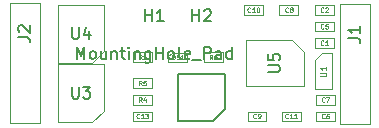
<source format=gbr>
%TF.GenerationSoftware,KiCad,Pcbnew,6.0.2+dfsg-1*%
%TF.CreationDate,2023-02-09T12:57:17+13:00*%
%TF.ProjectId,BRAWN-100_LOGIC,42524157-4e2d-4313-9030-5f4c4f474943,v1.0*%
%TF.SameCoordinates,Original*%
%TF.FileFunction,AssemblyDrawing,Top*%
%FSLAX46Y46*%
G04 Gerber Fmt 4.6, Leading zero omitted, Abs format (unit mm)*
G04 Created by KiCad (PCBNEW 6.0.2+dfsg-1) date 2023-02-09 12:57:17*
%MOMM*%
%LPD*%
G01*
G04 APERTURE LIST*
%ADD10C,0.075000*%
%ADD11C,0.060000*%
%ADD12C,0.150000*%
%ADD13C,0.100000*%
G04 APERTURE END LIST*
D10*
%TO.C,U1*%
X211076190Y-151080952D02*
X211480952Y-151080952D01*
X211528571Y-151057142D01*
X211552380Y-151033333D01*
X211576190Y-150985714D01*
X211576190Y-150890476D01*
X211552380Y-150842857D01*
X211528571Y-150819047D01*
X211480952Y-150795238D01*
X211076190Y-150795238D01*
X211576190Y-150295238D02*
X211576190Y-150580952D01*
X211576190Y-150438095D02*
X211076190Y-150438095D01*
X211147619Y-150485714D01*
X211195238Y-150533333D01*
X211219047Y-150580952D01*
D11*
%TO.C,DS1*%
X198514285Y-149680952D02*
X198514285Y-149280952D01*
X198609523Y-149280952D01*
X198666666Y-149300000D01*
X198704761Y-149338095D01*
X198723809Y-149376190D01*
X198742857Y-149452380D01*
X198742857Y-149509523D01*
X198723809Y-149585714D01*
X198704761Y-149623809D01*
X198666666Y-149661904D01*
X198609523Y-149680952D01*
X198514285Y-149680952D01*
X198895238Y-149661904D02*
X198952380Y-149680952D01*
X199047619Y-149680952D01*
X199085714Y-149661904D01*
X199104761Y-149642857D01*
X199123809Y-149604761D01*
X199123809Y-149566666D01*
X199104761Y-149528571D01*
X199085714Y-149509523D01*
X199047619Y-149490476D01*
X198971428Y-149471428D01*
X198933333Y-149452380D01*
X198914285Y-149433333D01*
X198895238Y-149395238D01*
X198895238Y-149357142D01*
X198914285Y-149319047D01*
X198933333Y-149300000D01*
X198971428Y-149280952D01*
X199066666Y-149280952D01*
X199123809Y-149300000D01*
X199504761Y-149680952D02*
X199276190Y-149680952D01*
X199390476Y-149680952D02*
X199390476Y-149280952D01*
X199352380Y-149338095D01*
X199314285Y-149376190D01*
X199276190Y-149395238D01*
D12*
%TO.C,U4*%
X190053333Y-146963333D02*
X190053333Y-147756666D01*
X190100000Y-147850000D01*
X190146666Y-147896666D01*
X190240000Y-147943333D01*
X190426666Y-147943333D01*
X190520000Y-147896666D01*
X190566666Y-147850000D01*
X190613333Y-147756666D01*
X190613333Y-146963333D01*
X191500000Y-147290000D02*
X191500000Y-147943333D01*
X191266666Y-146916666D02*
X191033333Y-147616666D01*
X191640000Y-147616666D01*
%TO.C,U3*%
X190053333Y-152013333D02*
X190053333Y-152806666D01*
X190100000Y-152900000D01*
X190146666Y-152946666D01*
X190240000Y-152993333D01*
X190426666Y-152993333D01*
X190520000Y-152946666D01*
X190566666Y-152900000D01*
X190613333Y-152806666D01*
X190613333Y-152013333D01*
X190986666Y-152013333D02*
X191593333Y-152013333D01*
X191266666Y-152386666D01*
X191406666Y-152386666D01*
X191500000Y-152433333D01*
X191546666Y-152480000D01*
X191593333Y-152573333D01*
X191593333Y-152806666D01*
X191546666Y-152900000D01*
X191500000Y-152946666D01*
X191406666Y-152993333D01*
X191126666Y-152993333D01*
X191033333Y-152946666D01*
X190986666Y-152900000D01*
D11*
%TO.C,C5*%
X211333333Y-147042857D02*
X211314285Y-147061904D01*
X211257142Y-147080952D01*
X211219047Y-147080952D01*
X211161904Y-147061904D01*
X211123809Y-147023809D01*
X211104761Y-146985714D01*
X211085714Y-146909523D01*
X211085714Y-146852380D01*
X211104761Y-146776190D01*
X211123809Y-146738095D01*
X211161904Y-146700000D01*
X211219047Y-146680952D01*
X211257142Y-146680952D01*
X211314285Y-146700000D01*
X211333333Y-146719047D01*
X211695238Y-146680952D02*
X211504761Y-146680952D01*
X211485714Y-146871428D01*
X211504761Y-146852380D01*
X211542857Y-146833333D01*
X211638095Y-146833333D01*
X211676190Y-146852380D01*
X211695238Y-146871428D01*
X211714285Y-146909523D01*
X211714285Y-147004761D01*
X211695238Y-147042857D01*
X211676190Y-147061904D01*
X211638095Y-147080952D01*
X211542857Y-147080952D01*
X211504761Y-147061904D01*
X211485714Y-147042857D01*
D12*
%TO.C,H2*%
X200238095Y-146452380D02*
X200238095Y-145452380D01*
X200238095Y-145928571D02*
X200809523Y-145928571D01*
X200809523Y-146452380D02*
X200809523Y-145452380D01*
X201238095Y-145547619D02*
X201285714Y-145500000D01*
X201380952Y-145452380D01*
X201619047Y-145452380D01*
X201714285Y-145500000D01*
X201761904Y-145547619D01*
X201809523Y-145642857D01*
X201809523Y-145738095D01*
X201761904Y-145880952D01*
X201190476Y-146452380D01*
X201809523Y-146452380D01*
%TO.C,J2*%
X185482380Y-147793333D02*
X186196666Y-147793333D01*
X186339523Y-147840952D01*
X186434761Y-147936190D01*
X186482380Y-148079047D01*
X186482380Y-148174285D01*
X185577619Y-147364761D02*
X185530000Y-147317142D01*
X185482380Y-147221904D01*
X185482380Y-146983809D01*
X185530000Y-146888571D01*
X185577619Y-146840952D01*
X185672857Y-146793333D01*
X185768095Y-146793333D01*
X185910952Y-146840952D01*
X186482380Y-147412380D01*
X186482380Y-146793333D01*
D11*
%TO.C,C1*%
X211333333Y-148442857D02*
X211314285Y-148461904D01*
X211257142Y-148480952D01*
X211219047Y-148480952D01*
X211161904Y-148461904D01*
X211123809Y-148423809D01*
X211104761Y-148385714D01*
X211085714Y-148309523D01*
X211085714Y-148252380D01*
X211104761Y-148176190D01*
X211123809Y-148138095D01*
X211161904Y-148100000D01*
X211219047Y-148080952D01*
X211257142Y-148080952D01*
X211314285Y-148100000D01*
X211333333Y-148119047D01*
X211714285Y-148480952D02*
X211485714Y-148480952D01*
X211600000Y-148480952D02*
X211600000Y-148080952D01*
X211561904Y-148138095D01*
X211523809Y-148176190D01*
X211485714Y-148195238D01*
%TO.C,C7*%
X211433333Y-153242857D02*
X211414285Y-153261904D01*
X211357142Y-153280952D01*
X211319047Y-153280952D01*
X211261904Y-153261904D01*
X211223809Y-153223809D01*
X211204761Y-153185714D01*
X211185714Y-153109523D01*
X211185714Y-153052380D01*
X211204761Y-152976190D01*
X211223809Y-152938095D01*
X211261904Y-152900000D01*
X211319047Y-152880952D01*
X211357142Y-152880952D01*
X211414285Y-152900000D01*
X211433333Y-152919047D01*
X211566666Y-152880952D02*
X211833333Y-152880952D01*
X211661904Y-153280952D01*
%TO.C,C13*%
X195742857Y-154642857D02*
X195723809Y-154661904D01*
X195666666Y-154680952D01*
X195628571Y-154680952D01*
X195571428Y-154661904D01*
X195533333Y-154623809D01*
X195514285Y-154585714D01*
X195495238Y-154509523D01*
X195495238Y-154452380D01*
X195514285Y-154376190D01*
X195533333Y-154338095D01*
X195571428Y-154300000D01*
X195628571Y-154280952D01*
X195666666Y-154280952D01*
X195723809Y-154300000D01*
X195742857Y-154319047D01*
X196123809Y-154680952D02*
X195895238Y-154680952D01*
X196009523Y-154680952D02*
X196009523Y-154280952D01*
X195971428Y-154338095D01*
X195933333Y-154376190D01*
X195895238Y-154395238D01*
X196257142Y-154280952D02*
X196504761Y-154280952D01*
X196371428Y-154433333D01*
X196428571Y-154433333D01*
X196466666Y-154452380D01*
X196485714Y-154471428D01*
X196504761Y-154509523D01*
X196504761Y-154604761D01*
X196485714Y-154642857D01*
X196466666Y-154661904D01*
X196428571Y-154680952D01*
X196314285Y-154680952D01*
X196276190Y-154661904D01*
X196257142Y-154642857D01*
%TO.C,C11*%
X208342857Y-154642857D02*
X208323809Y-154661904D01*
X208266666Y-154680952D01*
X208228571Y-154680952D01*
X208171428Y-154661904D01*
X208133333Y-154623809D01*
X208114285Y-154585714D01*
X208095238Y-154509523D01*
X208095238Y-154452380D01*
X208114285Y-154376190D01*
X208133333Y-154338095D01*
X208171428Y-154300000D01*
X208228571Y-154280952D01*
X208266666Y-154280952D01*
X208323809Y-154300000D01*
X208342857Y-154319047D01*
X208723809Y-154680952D02*
X208495238Y-154680952D01*
X208609523Y-154680952D02*
X208609523Y-154280952D01*
X208571428Y-154338095D01*
X208533333Y-154376190D01*
X208495238Y-154395238D01*
X209104761Y-154680952D02*
X208876190Y-154680952D01*
X208990476Y-154680952D02*
X208990476Y-154280952D01*
X208952380Y-154338095D01*
X208914285Y-154376190D01*
X208876190Y-154395238D01*
D12*
%TO.C,J1*%
X213447380Y-147893333D02*
X214161666Y-147893333D01*
X214304523Y-147940952D01*
X214399761Y-148036190D01*
X214447380Y-148179047D01*
X214447380Y-148274285D01*
X214447380Y-146893333D02*
X214447380Y-147464761D01*
X214447380Y-147179047D02*
X213447380Y-147179047D01*
X213590238Y-147274285D01*
X213685476Y-147369523D01*
X213733095Y-147464761D01*
D11*
%TO.C,R4*%
X195933333Y-153280952D02*
X195800000Y-153090476D01*
X195704761Y-153280952D02*
X195704761Y-152880952D01*
X195857142Y-152880952D01*
X195895238Y-152900000D01*
X195914285Y-152919047D01*
X195933333Y-152957142D01*
X195933333Y-153014285D01*
X195914285Y-153052380D01*
X195895238Y-153071428D01*
X195857142Y-153090476D01*
X195704761Y-153090476D01*
X196276190Y-153014285D02*
X196276190Y-153280952D01*
X196180952Y-152861904D02*
X196085714Y-153147619D01*
X196333333Y-153147619D01*
%TO.C,C6*%
X211433333Y-154642857D02*
X211414285Y-154661904D01*
X211357142Y-154680952D01*
X211319047Y-154680952D01*
X211261904Y-154661904D01*
X211223809Y-154623809D01*
X211204761Y-154585714D01*
X211185714Y-154509523D01*
X211185714Y-154452380D01*
X211204761Y-154376190D01*
X211223809Y-154338095D01*
X211261904Y-154300000D01*
X211319047Y-154280952D01*
X211357142Y-154280952D01*
X211414285Y-154300000D01*
X211433333Y-154319047D01*
X211776190Y-154280952D02*
X211700000Y-154280952D01*
X211661904Y-154300000D01*
X211642857Y-154319047D01*
X211604761Y-154376190D01*
X211585714Y-154452380D01*
X211585714Y-154604761D01*
X211604761Y-154642857D01*
X211623809Y-154661904D01*
X211661904Y-154680952D01*
X211738095Y-154680952D01*
X211776190Y-154661904D01*
X211795238Y-154642857D01*
X211814285Y-154604761D01*
X211814285Y-154509523D01*
X211795238Y-154471428D01*
X211776190Y-154452380D01*
X211738095Y-154433333D01*
X211661904Y-154433333D01*
X211623809Y-154452380D01*
X211604761Y-154471428D01*
X211585714Y-154509523D01*
D12*
%TO.C,U5*%
X206663333Y-150746666D02*
X207456666Y-150746666D01*
X207550000Y-150700000D01*
X207596666Y-150653333D01*
X207643333Y-150560000D01*
X207643333Y-150373333D01*
X207596666Y-150280000D01*
X207550000Y-150233333D01*
X207456666Y-150186666D01*
X206663333Y-150186666D01*
X206663333Y-149253333D02*
X206663333Y-149720000D01*
X207130000Y-149766666D01*
X207083333Y-149720000D01*
X207036666Y-149626666D01*
X207036666Y-149393333D01*
X207083333Y-149300000D01*
X207130000Y-149253333D01*
X207223333Y-149206666D01*
X207456666Y-149206666D01*
X207550000Y-149253333D01*
X207596666Y-149300000D01*
X207643333Y-149393333D01*
X207643333Y-149626666D01*
X207596666Y-149720000D01*
X207550000Y-149766666D01*
D11*
%TO.C,C10*%
X205142857Y-145642857D02*
X205123809Y-145661904D01*
X205066666Y-145680952D01*
X205028571Y-145680952D01*
X204971428Y-145661904D01*
X204933333Y-145623809D01*
X204914285Y-145585714D01*
X204895238Y-145509523D01*
X204895238Y-145452380D01*
X204914285Y-145376190D01*
X204933333Y-145338095D01*
X204971428Y-145300000D01*
X205028571Y-145280952D01*
X205066666Y-145280952D01*
X205123809Y-145300000D01*
X205142857Y-145319047D01*
X205523809Y-145680952D02*
X205295238Y-145680952D01*
X205409523Y-145680952D02*
X205409523Y-145280952D01*
X205371428Y-145338095D01*
X205333333Y-145376190D01*
X205295238Y-145395238D01*
X205771428Y-145280952D02*
X205809523Y-145280952D01*
X205847619Y-145300000D01*
X205866666Y-145319047D01*
X205885714Y-145357142D01*
X205904761Y-145433333D01*
X205904761Y-145528571D01*
X205885714Y-145604761D01*
X205866666Y-145642857D01*
X205847619Y-145661904D01*
X205809523Y-145680952D01*
X205771428Y-145680952D01*
X205733333Y-145661904D01*
X205714285Y-145642857D01*
X205695238Y-145604761D01*
X205676190Y-145528571D01*
X205676190Y-145433333D01*
X205695238Y-145357142D01*
X205714285Y-145319047D01*
X205733333Y-145300000D01*
X205771428Y-145280952D01*
%TO.C,R5*%
X195933333Y-151880952D02*
X195800000Y-151690476D01*
X195704761Y-151880952D02*
X195704761Y-151480952D01*
X195857142Y-151480952D01*
X195895238Y-151500000D01*
X195914285Y-151519047D01*
X195933333Y-151557142D01*
X195933333Y-151614285D01*
X195914285Y-151652380D01*
X195895238Y-151671428D01*
X195857142Y-151690476D01*
X195704761Y-151690476D01*
X196295238Y-151480952D02*
X196104761Y-151480952D01*
X196085714Y-151671428D01*
X196104761Y-151652380D01*
X196142857Y-151633333D01*
X196238095Y-151633333D01*
X196276190Y-151652380D01*
X196295238Y-151671428D01*
X196314285Y-151709523D01*
X196314285Y-151804761D01*
X196295238Y-151842857D01*
X196276190Y-151861904D01*
X196238095Y-151880952D01*
X196142857Y-151880952D01*
X196104761Y-151861904D01*
X196085714Y-151842857D01*
%TO.C,R6*%
X201933333Y-149680952D02*
X201800000Y-149490476D01*
X201704761Y-149680952D02*
X201704761Y-149280952D01*
X201857142Y-149280952D01*
X201895238Y-149300000D01*
X201914285Y-149319047D01*
X201933333Y-149357142D01*
X201933333Y-149414285D01*
X201914285Y-149452380D01*
X201895238Y-149471428D01*
X201857142Y-149490476D01*
X201704761Y-149490476D01*
X202276190Y-149280952D02*
X202200000Y-149280952D01*
X202161904Y-149300000D01*
X202142857Y-149319047D01*
X202104761Y-149376190D01*
X202085714Y-149452380D01*
X202085714Y-149604761D01*
X202104761Y-149642857D01*
X202123809Y-149661904D01*
X202161904Y-149680952D01*
X202238095Y-149680952D01*
X202276190Y-149661904D01*
X202295238Y-149642857D01*
X202314285Y-149604761D01*
X202314285Y-149509523D01*
X202295238Y-149471428D01*
X202276190Y-149452380D01*
X202238095Y-149433333D01*
X202161904Y-149433333D01*
X202123809Y-149452380D01*
X202104761Y-149471428D01*
X202085714Y-149509523D01*
D12*
%TO.C,H1*%
X190428571Y-149652380D02*
X190428571Y-148652380D01*
X190761904Y-149366666D01*
X191095238Y-148652380D01*
X191095238Y-149652380D01*
X191714285Y-149652380D02*
X191619047Y-149604761D01*
X191571428Y-149557142D01*
X191523809Y-149461904D01*
X191523809Y-149176190D01*
X191571428Y-149080952D01*
X191619047Y-149033333D01*
X191714285Y-148985714D01*
X191857142Y-148985714D01*
X191952380Y-149033333D01*
X192000000Y-149080952D01*
X192047619Y-149176190D01*
X192047619Y-149461904D01*
X192000000Y-149557142D01*
X191952380Y-149604761D01*
X191857142Y-149652380D01*
X191714285Y-149652380D01*
X192904761Y-148985714D02*
X192904761Y-149652380D01*
X192476190Y-148985714D02*
X192476190Y-149509523D01*
X192523809Y-149604761D01*
X192619047Y-149652380D01*
X192761904Y-149652380D01*
X192857142Y-149604761D01*
X192904761Y-149557142D01*
X193380952Y-148985714D02*
X193380952Y-149652380D01*
X193380952Y-149080952D02*
X193428571Y-149033333D01*
X193523809Y-148985714D01*
X193666666Y-148985714D01*
X193761904Y-149033333D01*
X193809523Y-149128571D01*
X193809523Y-149652380D01*
X194142857Y-148985714D02*
X194523809Y-148985714D01*
X194285714Y-148652380D02*
X194285714Y-149509523D01*
X194333333Y-149604761D01*
X194428571Y-149652380D01*
X194523809Y-149652380D01*
X194857142Y-149652380D02*
X194857142Y-148985714D01*
X194857142Y-148652380D02*
X194809523Y-148700000D01*
X194857142Y-148747619D01*
X194904761Y-148700000D01*
X194857142Y-148652380D01*
X194857142Y-148747619D01*
X195333333Y-148985714D02*
X195333333Y-149652380D01*
X195333333Y-149080952D02*
X195380952Y-149033333D01*
X195476190Y-148985714D01*
X195619047Y-148985714D01*
X195714285Y-149033333D01*
X195761904Y-149128571D01*
X195761904Y-149652380D01*
X196666666Y-148985714D02*
X196666666Y-149795238D01*
X196619047Y-149890476D01*
X196571428Y-149938095D01*
X196476190Y-149985714D01*
X196333333Y-149985714D01*
X196238095Y-149938095D01*
X196666666Y-149604761D02*
X196571428Y-149652380D01*
X196380952Y-149652380D01*
X196285714Y-149604761D01*
X196238095Y-149557142D01*
X196190476Y-149461904D01*
X196190476Y-149176190D01*
X196238095Y-149080952D01*
X196285714Y-149033333D01*
X196380952Y-148985714D01*
X196571428Y-148985714D01*
X196666666Y-149033333D01*
X197142857Y-149652380D02*
X197142857Y-148652380D01*
X197142857Y-149128571D02*
X197714285Y-149128571D01*
X197714285Y-149652380D02*
X197714285Y-148652380D01*
X198333333Y-149652380D02*
X198238095Y-149604761D01*
X198190476Y-149557142D01*
X198142857Y-149461904D01*
X198142857Y-149176190D01*
X198190476Y-149080952D01*
X198238095Y-149033333D01*
X198333333Y-148985714D01*
X198476190Y-148985714D01*
X198571428Y-149033333D01*
X198619047Y-149080952D01*
X198666666Y-149176190D01*
X198666666Y-149461904D01*
X198619047Y-149557142D01*
X198571428Y-149604761D01*
X198476190Y-149652380D01*
X198333333Y-149652380D01*
X199238095Y-149652380D02*
X199142857Y-149604761D01*
X199095238Y-149509523D01*
X199095238Y-148652380D01*
X200000000Y-149604761D02*
X199904761Y-149652380D01*
X199714285Y-149652380D01*
X199619047Y-149604761D01*
X199571428Y-149509523D01*
X199571428Y-149128571D01*
X199619047Y-149033333D01*
X199714285Y-148985714D01*
X199904761Y-148985714D01*
X200000000Y-149033333D01*
X200047619Y-149128571D01*
X200047619Y-149223809D01*
X199571428Y-149319047D01*
X200238095Y-149747619D02*
X201000000Y-149747619D01*
X201238095Y-149652380D02*
X201238095Y-148652380D01*
X201619047Y-148652380D01*
X201714285Y-148700000D01*
X201761904Y-148747619D01*
X201809523Y-148842857D01*
X201809523Y-148985714D01*
X201761904Y-149080952D01*
X201714285Y-149128571D01*
X201619047Y-149176190D01*
X201238095Y-149176190D01*
X202666666Y-149652380D02*
X202666666Y-149128571D01*
X202619047Y-149033333D01*
X202523809Y-148985714D01*
X202333333Y-148985714D01*
X202238095Y-149033333D01*
X202666666Y-149604761D02*
X202571428Y-149652380D01*
X202333333Y-149652380D01*
X202238095Y-149604761D01*
X202190476Y-149509523D01*
X202190476Y-149414285D01*
X202238095Y-149319047D01*
X202333333Y-149271428D01*
X202571428Y-149271428D01*
X202666666Y-149223809D01*
X203571428Y-149652380D02*
X203571428Y-148652380D01*
X203571428Y-149604761D02*
X203476190Y-149652380D01*
X203285714Y-149652380D01*
X203190476Y-149604761D01*
X203142857Y-149557142D01*
X203095238Y-149461904D01*
X203095238Y-149176190D01*
X203142857Y-149080952D01*
X203190476Y-149033333D01*
X203285714Y-148985714D01*
X203476190Y-148985714D01*
X203571428Y-149033333D01*
X196238095Y-146452380D02*
X196238095Y-145452380D01*
X196238095Y-145928571D02*
X196809523Y-145928571D01*
X196809523Y-146452380D02*
X196809523Y-145452380D01*
X197809523Y-146452380D02*
X197238095Y-146452380D01*
X197523809Y-146452380D02*
X197523809Y-145452380D01*
X197428571Y-145595238D01*
X197333333Y-145690476D01*
X197238095Y-145738095D01*
D11*
%TO.C,C2*%
X211333333Y-145642857D02*
X211314285Y-145661904D01*
X211257142Y-145680952D01*
X211219047Y-145680952D01*
X211161904Y-145661904D01*
X211123809Y-145623809D01*
X211104761Y-145585714D01*
X211085714Y-145509523D01*
X211085714Y-145452380D01*
X211104761Y-145376190D01*
X211123809Y-145338095D01*
X211161904Y-145300000D01*
X211219047Y-145280952D01*
X211257142Y-145280952D01*
X211314285Y-145300000D01*
X211333333Y-145319047D01*
X211485714Y-145319047D02*
X211504761Y-145300000D01*
X211542857Y-145280952D01*
X211638095Y-145280952D01*
X211676190Y-145300000D01*
X211695238Y-145319047D01*
X211714285Y-145357142D01*
X211714285Y-145395238D01*
X211695238Y-145452380D01*
X211466666Y-145680952D01*
X211714285Y-145680952D01*
%TO.C,R1*%
X195933333Y-149680952D02*
X195800000Y-149490476D01*
X195704761Y-149680952D02*
X195704761Y-149280952D01*
X195857142Y-149280952D01*
X195895238Y-149300000D01*
X195914285Y-149319047D01*
X195933333Y-149357142D01*
X195933333Y-149414285D01*
X195914285Y-149452380D01*
X195895238Y-149471428D01*
X195857142Y-149490476D01*
X195704761Y-149490476D01*
X196314285Y-149680952D02*
X196085714Y-149680952D01*
X196200000Y-149680952D02*
X196200000Y-149280952D01*
X196161904Y-149338095D01*
X196123809Y-149376190D01*
X196085714Y-149395238D01*
%TO.C,C8*%
X208333333Y-145642857D02*
X208314285Y-145661904D01*
X208257142Y-145680952D01*
X208219047Y-145680952D01*
X208161904Y-145661904D01*
X208123809Y-145623809D01*
X208104761Y-145585714D01*
X208085714Y-145509523D01*
X208085714Y-145452380D01*
X208104761Y-145376190D01*
X208123809Y-145338095D01*
X208161904Y-145300000D01*
X208219047Y-145280952D01*
X208257142Y-145280952D01*
X208314285Y-145300000D01*
X208333333Y-145319047D01*
X208561904Y-145452380D02*
X208523809Y-145433333D01*
X208504761Y-145414285D01*
X208485714Y-145376190D01*
X208485714Y-145357142D01*
X208504761Y-145319047D01*
X208523809Y-145300000D01*
X208561904Y-145280952D01*
X208638095Y-145280952D01*
X208676190Y-145300000D01*
X208695238Y-145319047D01*
X208714285Y-145357142D01*
X208714285Y-145376190D01*
X208695238Y-145414285D01*
X208676190Y-145433333D01*
X208638095Y-145452380D01*
X208561904Y-145452380D01*
X208523809Y-145471428D01*
X208504761Y-145490476D01*
X208485714Y-145528571D01*
X208485714Y-145604761D01*
X208504761Y-145642857D01*
X208523809Y-145661904D01*
X208561904Y-145680952D01*
X208638095Y-145680952D01*
X208676190Y-145661904D01*
X208695238Y-145642857D01*
X208714285Y-145604761D01*
X208714285Y-145528571D01*
X208695238Y-145490476D01*
X208676190Y-145471428D01*
X208638095Y-145452380D01*
%TO.C,C9*%
X205633333Y-154642857D02*
X205614285Y-154661904D01*
X205557142Y-154680952D01*
X205519047Y-154680952D01*
X205461904Y-154661904D01*
X205423809Y-154623809D01*
X205404761Y-154585714D01*
X205385714Y-154509523D01*
X205385714Y-154452380D01*
X205404761Y-154376190D01*
X205423809Y-154338095D01*
X205461904Y-154300000D01*
X205519047Y-154280952D01*
X205557142Y-154280952D01*
X205614285Y-154300000D01*
X205633333Y-154319047D01*
X205823809Y-154680952D02*
X205900000Y-154680952D01*
X205938095Y-154661904D01*
X205957142Y-154642857D01*
X205995238Y-154585714D01*
X206014285Y-154509523D01*
X206014285Y-154357142D01*
X205995238Y-154319047D01*
X205976190Y-154300000D01*
X205938095Y-154280952D01*
X205861904Y-154280952D01*
X205823809Y-154300000D01*
X205804761Y-154319047D01*
X205785714Y-154357142D01*
X205785714Y-154452380D01*
X205804761Y-154490476D01*
X205823809Y-154509523D01*
X205861904Y-154528571D01*
X205938095Y-154528571D01*
X205976190Y-154509523D01*
X205995238Y-154490476D01*
X206014285Y-154452380D01*
D13*
%TO.C,U1*%
X210650000Y-149750000D02*
X211200000Y-149180000D01*
X210650000Y-149750000D02*
X210650000Y-152200000D01*
X211200000Y-149180000D02*
X212050000Y-149180000D01*
X212050000Y-149180000D02*
X212050000Y-152220000D01*
X210650000Y-152220000D02*
X212050000Y-152220000D01*
%TO.C,DS1*%
X198500000Y-149100000D02*
X198200000Y-149400000D01*
X198200000Y-149900000D02*
X199800000Y-149900000D01*
X199800000Y-149100000D02*
X198500000Y-149100000D01*
X198200000Y-149400000D02*
X198200000Y-149900000D01*
X199800000Y-149900000D02*
X199800000Y-149100000D01*
%TO.C,U4*%
X191775000Y-149950000D02*
X188850000Y-149950000D01*
X188850000Y-145050000D02*
X192750000Y-145050000D01*
X188850000Y-149950000D02*
X188850000Y-145050000D01*
X192750000Y-145050000D02*
X192750000Y-148975000D01*
X192750000Y-148975000D02*
X191775000Y-149950000D01*
%TO.C,U3*%
X192750000Y-154025000D02*
X191775000Y-155000000D01*
X191775000Y-155000000D02*
X188850000Y-155000000D01*
X192750000Y-150100000D02*
X192750000Y-154025000D01*
X188850000Y-155000000D02*
X188850000Y-150100000D01*
X188850000Y-150100000D02*
X192750000Y-150100000D01*
%TO.C,C5*%
X210600000Y-147300000D02*
X210600000Y-146500000D01*
X210600000Y-146500000D02*
X212200000Y-146500000D01*
X212200000Y-146500000D02*
X212200000Y-147300000D01*
X212200000Y-147300000D02*
X210600000Y-147300000D01*
%TO.C,J2*%
X187300000Y-144920000D02*
X187300000Y-155080000D01*
X184760000Y-155080000D02*
X184760000Y-144920000D01*
X187300000Y-155080000D02*
X184760000Y-155080000D01*
X184760000Y-144920000D02*
X187300000Y-144920000D01*
%TO.C,C1*%
X212200000Y-148700000D02*
X210600000Y-148700000D01*
X210600000Y-148700000D02*
X210600000Y-147900000D01*
X212200000Y-147900000D02*
X212200000Y-148700000D01*
X210600000Y-147900000D02*
X212200000Y-147900000D01*
%TO.C,C7*%
X210700000Y-152700000D02*
X212300000Y-152700000D01*
X210700000Y-153500000D02*
X210700000Y-152700000D01*
X212300000Y-153500000D02*
X210700000Y-153500000D01*
X212300000Y-152700000D02*
X212300000Y-153500000D01*
%TO.C,C13*%
X196800000Y-154100000D02*
X196800000Y-154900000D01*
X195200000Y-154900000D02*
X195200000Y-154100000D01*
X196800000Y-154900000D02*
X195200000Y-154900000D01*
X195200000Y-154100000D02*
X196800000Y-154100000D01*
%TO.C,C11*%
X209400000Y-154100000D02*
X209400000Y-154900000D01*
X207800000Y-154900000D02*
X207800000Y-154100000D01*
X207800000Y-154100000D02*
X209400000Y-154100000D01*
X209400000Y-154900000D02*
X207800000Y-154900000D01*
%TO.C,J1*%
X212725000Y-155180000D02*
X212725000Y-145020000D01*
X212725000Y-145020000D02*
X215265000Y-145020000D01*
X215265000Y-155180000D02*
X212725000Y-155180000D01*
X215265000Y-145020000D02*
X215265000Y-155180000D01*
%TO.C,R4*%
X195200000Y-152687500D02*
X196800000Y-152687500D01*
X196800000Y-152687500D02*
X196800000Y-153512500D01*
X196800000Y-153512500D02*
X195200000Y-153512500D01*
X195200000Y-153512500D02*
X195200000Y-152687500D01*
D12*
%TO.C,U2*%
X199000000Y-154900000D02*
X202000000Y-154900000D01*
X202000000Y-154900000D02*
X203000000Y-153900000D01*
X203000000Y-153900000D02*
X203000000Y-150900000D01*
X203000000Y-150900000D02*
X199000000Y-150900000D01*
X199000000Y-150900000D02*
X199000000Y-154900000D01*
D13*
%TO.C,C6*%
X210700000Y-154100000D02*
X212300000Y-154100000D01*
X212300000Y-154100000D02*
X212300000Y-154900000D01*
X212300000Y-154900000D02*
X210700000Y-154900000D01*
X210700000Y-154900000D02*
X210700000Y-154100000D01*
%TO.C,U5*%
X204750000Y-151950000D02*
X204750000Y-148050000D01*
X204750000Y-148050000D02*
X208675000Y-148050000D01*
X208675000Y-148050000D02*
X209650000Y-149025000D01*
X209650000Y-149025000D02*
X209650000Y-151950000D01*
X209650000Y-151950000D02*
X204750000Y-151950000D01*
%TO.C,C10*%
X206200000Y-145900000D02*
X204600000Y-145900000D01*
X204600000Y-145900000D02*
X204600000Y-145100000D01*
X204600000Y-145100000D02*
X206200000Y-145100000D01*
X206200000Y-145100000D02*
X206200000Y-145900000D01*
%TO.C,R5*%
X195200000Y-151287500D02*
X196800000Y-151287500D01*
X196800000Y-152112500D02*
X195200000Y-152112500D01*
X196800000Y-151287500D02*
X196800000Y-152112500D01*
X195200000Y-152112500D02*
X195200000Y-151287500D01*
%TO.C,R6*%
X202800000Y-149087500D02*
X202800000Y-149912500D01*
X201200000Y-149912500D02*
X201200000Y-149087500D01*
X202800000Y-149912500D02*
X201200000Y-149912500D01*
X201200000Y-149087500D02*
X202800000Y-149087500D01*
%TO.C,C2*%
X210600000Y-145100000D02*
X212200000Y-145100000D01*
X212200000Y-145900000D02*
X210600000Y-145900000D01*
X210600000Y-145900000D02*
X210600000Y-145100000D01*
X212200000Y-145100000D02*
X212200000Y-145900000D01*
%TO.C,R1*%
X195200000Y-149087500D02*
X196800000Y-149087500D01*
X195200000Y-149912500D02*
X195200000Y-149087500D01*
X196800000Y-149912500D02*
X195200000Y-149912500D01*
X196800000Y-149087500D02*
X196800000Y-149912500D01*
%TO.C,C8*%
X209200000Y-145900000D02*
X207600000Y-145900000D01*
X207600000Y-145100000D02*
X209200000Y-145100000D01*
X209200000Y-145100000D02*
X209200000Y-145900000D01*
X207600000Y-145900000D02*
X207600000Y-145100000D01*
%TO.C,C9*%
X204900000Y-154100000D02*
X206500000Y-154100000D01*
X206500000Y-154100000D02*
X206500000Y-154900000D01*
X206500000Y-154900000D02*
X204900000Y-154900000D01*
X204900000Y-154900000D02*
X204900000Y-154100000D01*
%TD*%
M02*

</source>
